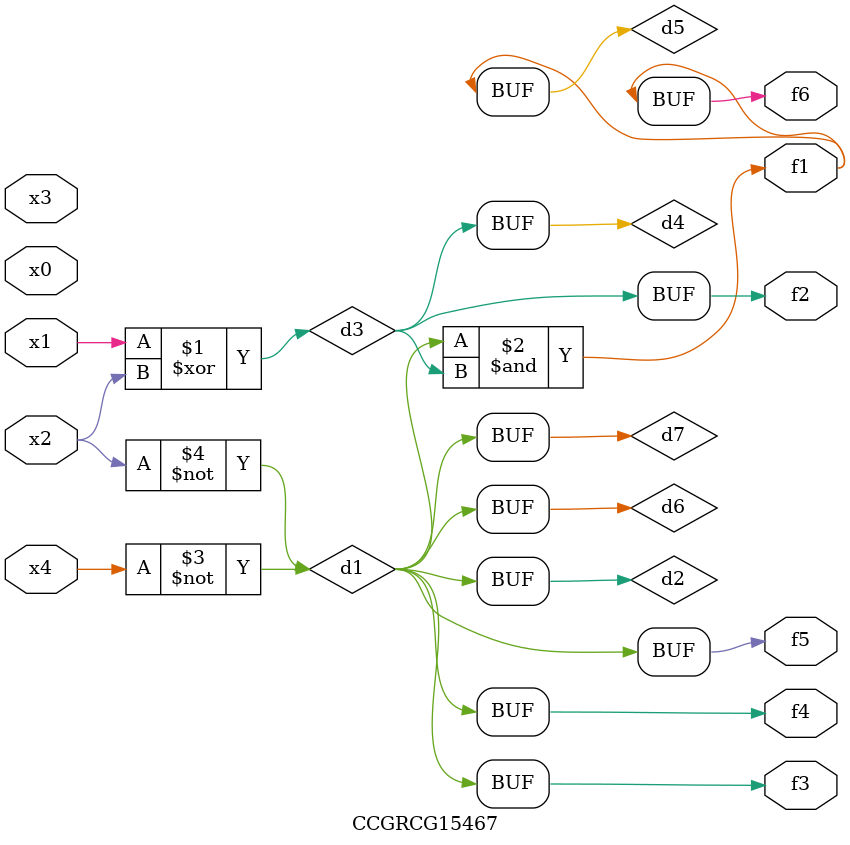
<source format=v>
module CCGRCG15467(
	input x0, x1, x2, x3, x4,
	output f1, f2, f3, f4, f5, f6
);

	wire d1, d2, d3, d4, d5, d6, d7;

	not (d1, x4);
	not (d2, x2);
	xor (d3, x1, x2);
	buf (d4, d3);
	and (d5, d1, d3);
	buf (d6, d1, d2);
	buf (d7, d2);
	assign f1 = d5;
	assign f2 = d4;
	assign f3 = d7;
	assign f4 = d7;
	assign f5 = d7;
	assign f6 = d5;
endmodule

</source>
